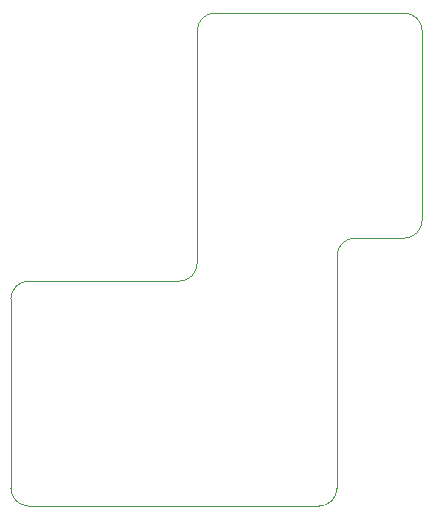
<source format=gbr>
%TF.GenerationSoftware,KiCad,Pcbnew,(6.0.7)*%
%TF.CreationDate,2023-01-05T19:36:13-06:00*%
%TF.ProjectId,OpenRectangle,4f70656e-5265-4637-9461-6e676c652e6b,rev?*%
%TF.SameCoordinates,Original*%
%TF.FileFunction,Profile,NP*%
%FSLAX46Y46*%
G04 Gerber Fmt 4.6, Leading zero omitted, Abs format (unit mm)*
G04 Created by KiCad (PCBNEW (6.0.7)) date 2023-01-05 19:36:13*
%MOMM*%
%LPD*%
G01*
G04 APERTURE LIST*
%TA.AperFunction,Profile*%
%ADD10C,0.100000*%
%TD*%
G04 APERTURE END LIST*
D10*
X251227609Y-104184748D02*
G75*
G03*
X249717609Y-105694711I0J-1510000D01*
G01*
X251227731Y-123232269D02*
X275795340Y-123232269D01*
X263975365Y-104184804D02*
G75*
G03*
X265485365Y-102674888I44J1509956D01*
G01*
X277327609Y-121724417D02*
X277327888Y-102054087D01*
X275795339Y-123232354D02*
G75*
G03*
X277327609Y-121724417I24170J1507906D01*
G01*
X263975365Y-104184888D02*
X251227609Y-104184711D01*
X249717688Y-121722269D02*
G75*
G03*
X251227731Y-123232269I1510021J21D01*
G01*
X265485340Y-82999879D02*
X265485365Y-102674888D01*
X249717609Y-105694711D02*
X249717731Y-121722269D01*
X283029878Y-100544417D02*
G75*
G03*
X284539878Y-99034417I31J1509969D01*
G01*
X278837888Y-100544027D02*
G75*
G03*
X277327888Y-102054087I21J-1510021D01*
G01*
X284539878Y-82999879D02*
G75*
G03*
X283029878Y-81489879I-1509969J31D01*
G01*
X266995340Y-81489879D02*
G75*
G03*
X265485340Y-82999879I-31J-1509969D01*
G01*
X284539878Y-82999879D02*
X284539878Y-99034417D01*
X283029878Y-100544417D02*
X278837888Y-100544087D01*
X283029878Y-81489879D02*
X266995340Y-81489879D01*
M02*

</source>
